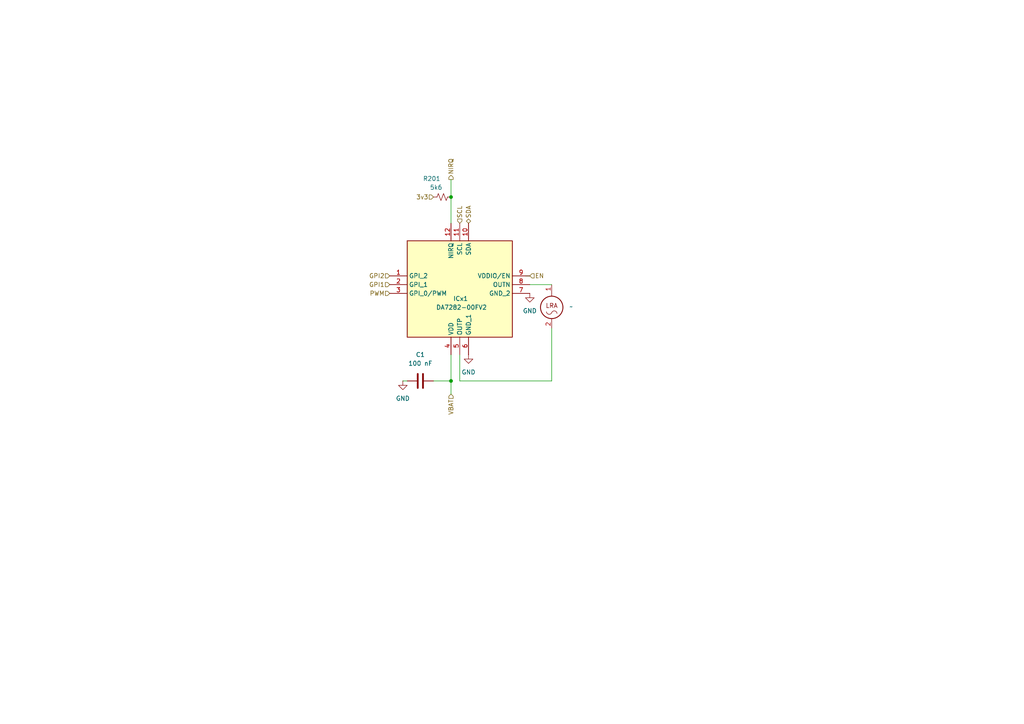
<source format=kicad_sch>
(kicad_sch (version 20250114) (generator "eeschema") (generator_version "9.0")
  (paper "A4")
  (title_block (title "3 Axis Haptic Driver") (date "2025-03-27") (rev "1"))
  (lib_symbols
    (symbol "BPLG:DA7282-00FV2"
      (property "Reference" "IC" (at 36.83 15.24 0))
      (property "Value" "DA7282-00FV2" (at 36.83 12.7 0))
      (symbol "DA7282-00FV2_1_1"
        (rectangle (start 5.08 10.16) (end 35.56 -17.78) (stroke (width 0.254)) (fill (type background)))
        (pin passive line (at 0 0 0) (length 5.08) (name "GPI_2") (number "1"))
        (pin passive line (at 0 -2.54 0) (length 5.08) (name "GPI_1") (number "2"))
        (pin passive line (at 0 -5.08 0) (length 5.08) (name "GPI_0/PWM") (number "3"))
        (pin passive line (at 17.78 15.24 270) (length 5.08) (name "NIRQ") (number "12"))
        (pin passive line (at 17.78 -22.86 90) (length 5.08) (name "VDD") (number "4"))
        (pin passive line (at 20.32 15.24 270) (length 5.08) (name "SCL") (number "11"))
        (pin passive line (at 20.32 -22.86 90) (length 5.08) (name "OUTP") (number "5"))
        (pin passive line (at 22.86 15.24 270) (length 5.08) (name "SDA") (number "10"))
        (pin passive line (at 22.86 -22.86 90) (length 5.08) (name "GND_1") (number "6"))
        (pin passive line (at 40.64 0 180) (length 5.08) (name "VDDIO/EN") (number "9"))
        (pin passive line (at 40.64 -2.54 180) (length 5.08) (name "OUTN") (number "8"))
        (pin passive line (at 40.64 -5.08 180) (length 5.08) (name "GND_2") (number "7"))
      )
    )
    (symbol "BPLG:LRA"
      (symbol "LRA_0_0"
        (arc (start 0 4.572) (mid -0.8622 4.0978) (end -1.524 4.826))
        (arc (start 0 4.572) (mid 0.8657 5.0673) (end 1.524 4.318))
      )
      (symbol "LRA_0_1"
        (polyline (pts (xy 0 9.652) (xy 0 10.16)))
        (polyline (pts (xy 0 9.3472) (xy 0 9.7028)))
        (circle (center 0 6.096) (radius 3.2512) (stroke (width 0.254)))
        (polyline (pts (xy 0 2.8448) (xy 0 2.4384)))
      )
      (symbol "LRA_1_0"
        (text "LRA" (at 0 6.604 0) (effects (font (size 1.27 1.27))))
      )
      (symbol "LRA_1_1"
        (pin passive line (at 0 12.7 270) (length 2.54) (name "~") (number "1"))
        (pin passive line (at 0 0 90) (length 2.54) (name "~") (number "2"))
      )
    )
    (symbol "Device:C" (pin_numbers (hide yes)) (pin_names (offset 0.254))
      (property "Reference" "C" (at 0.635 2.54 0))
      (property "Value" "C" (at 0.635 -2.54 0))
      (symbol "C_0_1"
        (polyline (pts (xy -2.032 0.762) (xy 2.032 0.762)) (stroke (width 0.508)))
        (polyline (pts (xy -2.032 -0.762) (xy 2.032 -0.762)) (stroke (width 0.508)))
      )
      (symbol "C_1_1"
        (pin passive line (at 0 3.81 270) (length 2.794) (name "~") (number "1"))
        (pin passive line (at 0 -3.81 90) (length 2.794) (name "~") (number "2"))
      )
    )
    (symbol "Device:R_Small_US" (pin_numbers (hide yes)) (pin_names (offset 0.254) (hide yes))
      (property "Reference" "R" (at 0.762 0.508 0))
      (property "Value" "R_Small_US" (at 0.762 -1.016 0))
      (symbol "R_Small_US_1_1"
        (polyline (pts (xy 0 1.524) (xy 1.016 1.143) (xy 0 0.762) (xy -1.016 0.381) (xy 0 0)))
        (polyline (pts (xy 0 0) (xy 1.016 -0.381) (xy 0 -0.762) (xy -1.016 -1.143) (xy 0 -1.524)))
        (pin passive line (at 0 2.54 270) (length 1.016) (name "~") (number "1"))
        (pin passive line (at 0 -2.54 90) (length 1.016) (name "~") (number "2"))
      )
    )
    (symbol "power:GND" (power) (pin_numbers (hide yes)) (pin_names (offset 0) (hide yes))
      (property "Value" "GND" (at 0 -3.81 0))
      (symbol "GND_0_1"
        (polyline (pts (xy 0 0) (xy 0 -1.27) (xy 1.27 -1.27) (xy 0 -2.54) (xy -1.27 -1.27) (xy 0 -1.27)))
      )
      (symbol "GND_1_1"
        (pin power_in line (at 0 0 270) (length 0) (name "~") (number "1"))
      )
    )
  )
  (junction (at 130.81 110.49))
  (junction (at 130.81 57.15))
  (wire (pts (xy 133.35 102.87) (xy 133.35 110.49)))
  (wire (pts (xy 152.4 80.01) (xy 153.67 80.01)))
  (wire (pts (xy 130.81 52.07) (xy 130.81 57.15)))
  (wire (pts (xy 130.81 114.3) (xy 130.81 110.49)))
  (wire (pts (xy 160.02 110.49) (xy 160.02 95.25)))
  (wire (pts (xy 153.67 82.55) (xy 160.02 82.55)))
  (wire (pts (xy 130.81 57.15) (xy 130.81 64.77)))
  (wire (pts (xy 118.11 110.49) (xy 116.84 110.49)))
  (wire (pts (xy 130.81 110.49) (xy 130.81 102.87)))
  (wire (pts (xy 133.35 110.49) (xy 160.02 110.49)))
  (wire (pts (xy 125.73 110.49) (xy 130.81 110.49)))
  (hierarchical_label "GPI2" (shape input) (at 113.03 80.01 180))
  (hierarchical_label "GPI1" (shape input) (at 113.03 82.55 180))
  (hierarchical_label "3v3" (shape input) (at 125.73 57.15 180))
  (hierarchical_label "SCL" (shape input) (at 133.35 64.77 90))
  (hierarchical_label "PWM" (shape input) (at 113.03 85.09 180))
  (hierarchical_label "NIRQ" (shape output) (at 130.81 52.07 90))
  (hierarchical_label "EN" (shape input) (at 153.67 80.01 0))
  (hierarchical_label "SDA" (shape bidirectional) (at 135.89 64.77 90))
  (hierarchical_label "VBAT" (shape input) (at 130.81 114.3 270))
  (symbol (lib_id "power:GND") (at 116.84 110.49 0) (unit 1)
    (property "Reference" "#PWR02" (effects (hide yes)))
    (property "Value" "GND" (at 116.84 115.57 0))
    (property "Description" "Power symbol creates a global label with name \"GND\" , ground" (effects (hide yes)))
    (instances (project "BPLG" (path "" (reference "#PWR02") (unit 1)) (path "" (reference "#PWR08") (unit 1)) (path "" (reference "#PWR07") (unit 1))))
  )
  (symbol (lib_id "Device:C") (at 121.92 110.49 270) (unit 1)
    (property "Reference" "C1" (at 121.92 102.87 90))
    (property "Value" "100 nF" (at 121.92 105.41 90))
    (property "Footprint" "Capacitor_SMD:C_0805_2012Metric" (effects (hide yes)))
    (property "Description" "Unpolarized capacitor" (effects (hide yes)))
    (instances (project "" (path "" (reference "C1") (unit 1)) (path "" (reference "C3") (unit 1)) (path "" (reference "C2") (unit 1))))
  )
  (symbol (lib_id "Device:R_Small_US") (at 128.27 57.15 90) (unit 1)
    (property "Reference" "R201" (at 125.222 51.816 90))
    (property "Value" "5k6" (at 126.492 54.356 90))
    (property "Footprint" "Resistor_SMD:R_0402_1005Metric" (effects (hide yes)))
    (property "Description" "Resistor, small US symbol" (effects (hide yes)))
    (instances (project "" (path "" (reference "R201") (unit 1)) (path "" (reference "R203") (unit 1)) (path "" (reference "R202") (unit 1))))
  )
  (symbol (lib_id "power:GND") (at 135.89 102.87 0) (unit 1)
    (property "Reference" "#PWR03" (effects (hide yes)))
    (property "Value" "GND" (at 135.89 107.95 0))
    (property "Description" "Power symbol creates a global label with name \"GND\" , ground" (effects (hide yes)))
    (instances (project "" (path "" (reference "#PWR03") (unit 1)) (path "" (reference "#PWR05") (unit 1)) (path "" (reference "#PWR0101") (unit 1))))
  )
  (symbol (lib_id "BPLG:DA7282-00FV2") (at 113.03 80.01 0) (unit 1)
    (property "Reference" "ICx1" (at 133.604 86.614 0))
    (property "Value" "DA7282-00FV2" (at 133.858 89.154 0))
    (property "Footprint" "Footprints:QFN65P300X300X84-12N-D" (effects (hide yes)))
    (property "Datasheet" "https://www.renesas.com/us/en/products/interface-connectivity/haptic-drivers/da7282-ultra-low-power-wide-bandwidth-haptic-driver" (effects (hide yes)))
    (property "Description" "The DA7282 ultra-low power haptic driver, combines custom drive sequences, on- and off-resonance, at up to 1kHz. The DA7282 drives both ERM and LRA (narrow and wideband) actuators and track resonance up to 300Hz producing highly complex click/vibration touch effects in a wide range of applications.The DA7282 differs from the DA7280 and DA7281 by providing the capability to go into a full standby mode, lowering current consumption to 5nA.Benefits	20x lower standby current, minimizing the drain on small batte" (effects (hide yes)))
    (property "Height" "0.84" (effects (hide yes)))
    (property "Manufacturer_Name" "Renesas Electronics" (effects (hide yes)))
    (property "Manufacturer_Part_Number" "DA7282-00FV2" (effects (hide yes)))
    (property "Mouser Part Number" "724-DA7282-00FV2" (effects (hide yes)))
    (property "Mouser Price/Stock" "https://www.mouser.co.uk/ProductDetail/Renesas-Dialog/DA7282-00FV2?qs=u16ybLDytRYPPj9bU%2FcLaA%3D%3D" (effects (hide yes)))
    (instances (project "BPLG" (path "" (reference "ICx1") (unit 1)) (path "" (reference "ICz1") (unit 1)) (path "" (reference "ICy1") (unit 1))))
  )
  (symbol (lib_id "power:GND") (at 153.67 85.09 0) (unit 1)
    (property "Reference" "#PWR04" (effects (hide yes)))
    (property "Value" "GND" (at 153.67 90.17 0))
    (property "Description" "Power symbol creates a global label with name \"GND\" , ground" (effects (hide yes)))
    (instances (project "" (path "" (reference "#PWR04") (unit 1)) (path "" (reference "#PWR06") (unit 1)) (path "" (reference "#PWR0102") (unit 1))))
  )
  (symbol (lib_id "BPLG:LRA") (at 160.02 95.25 0) (unit 1)
    (property "Reference" "Mx1" (effects (hide yes)))
    (property "Value" "~" (at 165.1 88.9508 0) (effects (justify left)))
    (property "Footprint" "Footprints:VLV221007E" (effects (hide yes)))
    (property "Description" "Linear Resonant Actuator" (effects (hide yes)))
    (instances (project "BPLG" (path "" (reference "Mx1") (unit 1)) (path "" (reference "Mz1") (unit 1)) (path "" (reference "My1") (unit 1))))
  )
)
</source>
